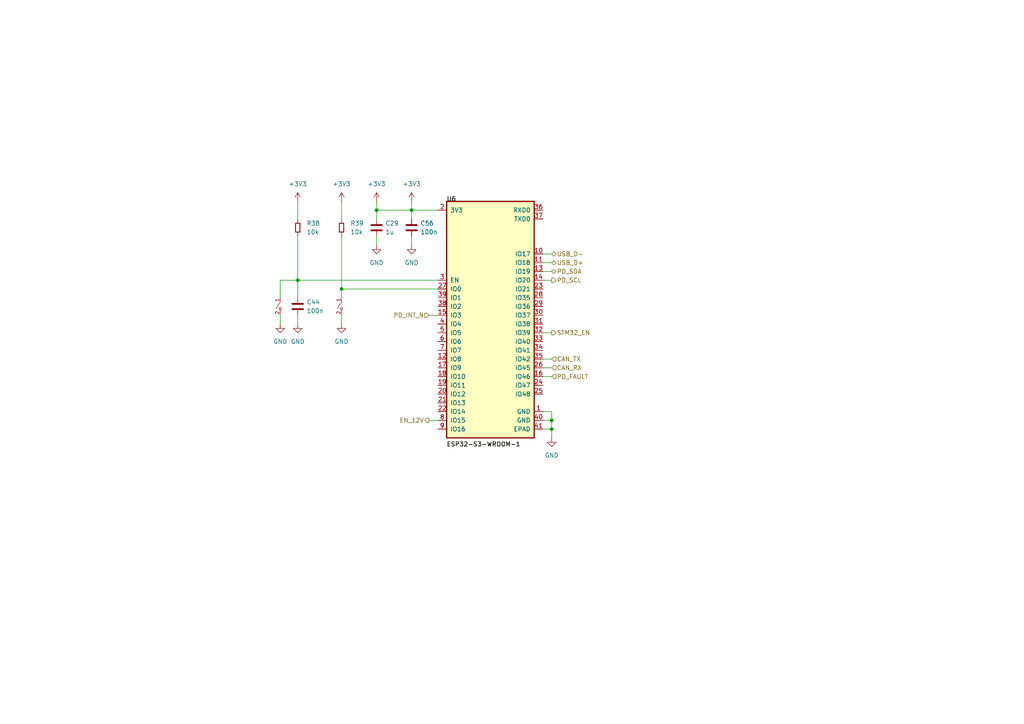
<source format=kicad_sch>
(kicad_sch (version 20250114) (generator "eeschema") (generator_version "9.0")
  (paper "A4")
  (lib_symbols
    (symbol "Device:C" (pin_numbers (hide yes)) (pin_names (offset 0.254))
      (property "Reference" "C" (at 0.635 2.54 0))
      (property "Value" "C" (at 0.635 -2.54 0))
      (symbol "C_0_1"
        (polyline (pts (xy -1.524 0.762) (xy 1.524 0.762)) (stroke (width 0.508)))
        (polyline (pts (xy -1.524 -0.762) (xy 1.524 -0.762)) (stroke (width 0.508)))
      )
      (symbol "C_1_1"
        (pin passive line (at 0 2.54 270) (length 1.524) (name "~") (number "1"))
        (pin passive line (at 0 -2.54 90) (length 1.524) (name "~") (number "2"))
      )
    )
    (symbol "Device:R" (pin_numbers (hide yes)) (pin_names (offset 0))
      (symbol "R_0_1"
        (rectangle (start -0.635 1.27) (end 0.635 -1.27) (stroke (width 0.254)))
      )
      (symbol "R_1_1"
        (pin passive line (at 0 2.54 270) (length 1.27) (name "~") (number "1"))
        (pin passive line (at 0 -2.54 90) (length 1.27) (name "~") (number "2"))
      )
    )
    (symbol "power:+3V3" (power) (pin_numbers (hide yes)) (pin_names (offset 0) (hide yes))
      (property "Value" "+3V3" (at 0 3.556 0))
      (symbol "+3V3_0_1"
        (polyline (pts (xy -0.762 1.27) (xy 0 2.54)))
        (polyline (pts (xy 0 2.54) (xy 0.762 1.27)))
        (polyline (pts (xy 0 0) (xy 0 2.54)))
      )
      (symbol "+3V3_1_1"
        (pin power_in line (at 0 0 90) (length 0) (name "~") (number "1"))
      )
    )
    (symbol "power:GND" (power) (pin_numbers (hide yes)) (pin_names (offset 0) (hide yes))
      (property "Value" "GND" (at 0 -3.81 0))
      (symbol "GND_0_1"
        (polyline (pts (xy 0 0) (xy 0 -1.27) (xy 1.27 -1.27) (xy 0 -2.54) (xy -1.27 -1.27) (xy 0 -1.27)))
      )
      (symbol "GND_1_1"
        (pin power_in line (at 0 0 270) (length 0) (name "~") (number "1"))
      )
    )
    (symbol "main_board:ESP32-S3-WROOM-1" (pin_names (offset 1.016))
      (symbol "ESP32-S3-WROOM-1_0_0"
        (rectangle (start 0 0) (end 25.4 -68.58) (stroke (width 0.381)) (fill (type background)))
        (pin power_in line (at -2.54 -2.54 0) (length 2.54) (name "3V3") (number "2"))
        (pin input line (at -2.54 -22.86 0) (length 2.54) (name "EN") (number "3"))
        (pin bidirectional line (at -2.54 -25.4 0) (length 2.54) (name "IO0") (number "27"))
        (pin bidirectional line (at -2.54 -27.94 0) (length 2.54) (name "IO1") (number "39"))
        (pin bidirectional line (at -2.54 -30.48 0) (length 2.54) (name "IO2") (number "38"))
        (pin bidirectional line (at -2.54 -33.02 0) (length 2.54) (name "IO3") (number "15"))
        (pin bidirectional line (at -2.54 -35.56 0) (length 2.54) (name "IO4") (number "4"))
        (pin bidirectional line (at -2.54 -38.1 0) (length 2.54) (name "IO5") (number "5"))
        (pin bidirectional line (at -2.54 -40.64 0) (length 2.54) (name "IO6") (number "6"))
        (pin bidirectional line (at -2.54 -43.18 0) (length 2.54) (name "IO7") (number "7"))
        (pin bidirectional line (at -2.54 -45.72 0) (length 2.54) (name "IO8") (number "12"))
        (pin bidirectional line (at -2.54 -48.26 0) (length 2.54) (name "IO9") (number "17"))
        (pin bidirectional line (at -2.54 -50.8 0) (length 2.54) (name "IO10") (number "18"))
        (pin bidirectional line (at -2.54 -53.34 0) (length 2.54) (name "IO11") (number "19"))
        (pin bidirectional line (at -2.54 -55.88 0) (length 2.54) (name "IO12") (number "20"))
        (pin bidirectional line (at -2.54 -58.42 0) (length 2.54) (name "IO13") (number "21"))
        (pin bidirectional line (at -2.54 -60.96 0) (length 2.54) (name "IO14") (number "22"))
        (pin bidirectional line (at -2.54 -63.5 0) (length 2.54) (name "IO15") (number "8"))
        (pin bidirectional line (at -2.54 -66.04 0) (length 2.54) (name "IO16") (number "9"))
        (pin bidirectional line (at 27.94 -2.54 180) (length 2.54) (name "RXD0") (number "36"))
        (pin bidirectional line (at 27.94 -5.08 180) (length 2.54) (name "TXD0") (number "37"))
        (pin bidirectional line (at 27.94 -15.24 180) (length 2.54) (name "IO17") (number "10"))
        (pin bidirectional line (at 27.94 -17.78 180) (length 2.54) (name "IO18") (number "11"))
        (pin bidirectional line (at 27.94 -20.32 180) (length 2.54) (name "IO19") (number "13"))
        (pin bidirectional line (at 27.94 -22.86 180) (length 2.54) (name "IO20") (number "14"))
        (pin bidirectional line (at 27.94 -25.4 180) (length 2.54) (name "IO21") (number "23"))
        (pin bidirectional line (at 27.94 -27.94 180) (length 2.54) (name "IO35") (number "28"))
        (pin bidirectional line (at 27.94 -30.48 180) (length 2.54) (name "IO36") (number "29"))
        (pin bidirectional line (at 27.94 -33.02 180) (length 2.54) (name "IO37") (number "30"))
        (pin bidirectional line (at 27.94 -35.56 180) (length 2.54) (name "IO38") (number "31"))
        (pin bidirectional line (at 27.94 -38.1 180) (length 2.54) (name "IO39") (number "32"))
        (pin bidirectional line (at 27.94 -40.64 180) (length 2.54) (name "IO40") (number "33"))
        (pin bidirectional line (at 27.94 -43.18 180) (length 2.54) (name "IO41") (number "34"))
        (pin bidirectional line (at 27.94 -45.72 180) (length 2.54) (name "IO42") (number "35"))
        (pin bidirectional line (at 27.94 -48.26 180) (length 2.54) (name "IO45") (number "26"))
        (pin bidirectional line (at 27.94 -50.8 180) (length 2.54) (name "IO46") (number "16"))
        (pin bidirectional line (at 27.94 -53.34 180) (length 2.54) (name "IO47") (number "24"))
        (pin bidirectional line (at 27.94 -55.88 180) (length 2.54) (name "IO48") (number "25"))
        (pin power_in line (at 27.94 -60.96 180) (length 2.54) (name "GND") (number "1"))
        (pin power_in line (at 27.94 -63.5 180) (length 2.54) (name "GND") (number "40"))
      )
      (symbol "ESP32-S3-WROOM-1_1_0"
        (pin power_in line (at 27.94 -66.04 180) (length 2.54) (name "EPAD") (number "41"))
        (pin power_in line (at 27.94 -66.04 180) (length 2.54) (hide yes) (name "EPAD") (number "41_1"))
        (pin power_in line (at 27.94 -66.04 180) (length 2.54) (hide yes) (name "EPAD") (number "41_2"))
        (pin power_in line (at 27.94 -66.04 180) (length 2.54) (hide yes) (name "EPAD") (number "41_3"))
        (pin power_in line (at 27.94 -66.04 180) (length 2.54) (hide yes) (name "EPAD") (number "41_4"))
        (pin power_in line (at 27.94 -66.04 180) (length 2.54) (hide yes) (name "EPAD") (number "41_5"))
        (pin power_in line (at 27.94 -66.04 180) (length 2.54) (hide yes) (name "EPAD") (number "41_6"))
        (pin power_in line (at 27.94 -66.04 180) (length 2.54) (hide yes) (name "EPAD") (number "41_7"))
        (pin power_in line (at 27.94 -66.04 180) (length 2.54) (hide yes) (name "EPAD") (number "41_8"))
        (pin power_in line (at 27.94 -66.04 180) (length 2.54) (hide yes) (name "EPAD") (number "41_9"))
      )
    )
    (symbol "main_board:TS-1088-AR02016" (pin_names (offset 1.016))
      (symbol "TS-1088-AR02016_0_0"
        (polyline (pts (xy -1.27 0) (xy 0.635 1.27)) (stroke (width 0.1524)))
        (circle (center 0.635 0) (radius 0.3302) (stroke (width 0.1524)))
      )
      (symbol "TS-1088-AR02016_1_0"
        (pin passive line (at -2.54 0 0) (length 1.27) (name "~") (number "1"))
        (pin passive line (at 2.54 0 180) (length 1.524) (name "~") (number "2"))
      )
    )
  )
  (junction (at 119.38 60.96))
  (junction (at 160.02 124.46))
  (junction (at 109.22 60.96))
  (junction (at 160.02 121.92))
  (junction (at 86.36 81.28))
  (junction (at 99.06 83.82))
  (wire (pts (xy 81.28 81.28) (xy 86.36 81.28)))
  (wire (pts (xy 157.48 104.14) (xy 160.02 104.14)))
  (wire (pts (xy 160.02 121.92) (xy 160.02 124.46)))
  (wire (pts (xy 127 121.92) (xy 124.46 121.92)))
  (wire (pts (xy 99.06 68.58) (xy 99.06 83.82)))
  (wire (pts (xy 157.48 124.46) (xy 160.02 124.46)))
  (wire (pts (xy 81.28 86.36) (xy 81.28 81.28)))
  (wire (pts (xy 109.22 68.58) (xy 109.22 71.12)))
  (wire (pts (xy 119.38 68.58) (xy 119.38 71.12)))
  (wire (pts (xy 86.36 91.44) (xy 86.36 93.98)))
  (wire (pts (xy 157.48 81.28) (xy 160.02 81.28)))
  (wire (pts (xy 81.28 91.44) (xy 81.28 93.98)))
  (wire (pts (xy 157.48 109.22) (xy 160.02 109.22)))
  (wire (pts (xy 157.48 96.52) (xy 160.02 96.52)))
  (wire (pts (xy 86.36 58.42) (xy 86.36 63.5)))
  (wire (pts (xy 157.48 73.66) (xy 160.02 73.66)))
  (wire (pts (xy 99.06 91.44) (xy 99.06 93.98)))
  (wire (pts (xy 160.02 124.46) (xy 160.02 127)))
  (wire (pts (xy 157.48 78.74) (xy 160.02 78.74)))
  (wire (pts (xy 119.38 60.96) (xy 119.38 63.5)))
  (wire (pts (xy 109.22 60.96) (xy 119.38 60.96)))
  (wire (pts (xy 160.02 119.38) (xy 160.02 121.92)))
  (wire (pts (xy 109.22 58.42) (xy 109.22 60.96)))
  (wire (pts (xy 99.06 58.42) (xy 99.06 63.5)))
  (wire (pts (xy 109.22 60.96) (xy 109.22 63.5)))
  (wire (pts (xy 86.36 68.58) (xy 86.36 81.28)))
  (wire (pts (xy 157.48 119.38) (xy 160.02 119.38)))
  (wire (pts (xy 127 91.44) (xy 124.46 91.44)))
  (wire (pts (xy 157.48 106.68) (xy 160.02 106.68)))
  (wire (pts (xy 157.48 121.92) (xy 160.02 121.92)))
  (wire (pts (xy 157.48 76.2) (xy 160.02 76.2)))
  (wire (pts (xy 86.36 81.28) (xy 86.36 86.36)))
  (wire (pts (xy 99.06 83.82) (xy 127 83.82)))
  (wire (pts (xy 119.38 58.42) (xy 119.38 60.96)))
  (wire (pts (xy 119.38 60.96) (xy 127 60.96)))
  (wire (pts (xy 99.06 83.82) (xy 99.06 86.36)))
  (wire (pts (xy 86.36 81.28) (xy 127 81.28)))
  (hierarchical_label "EN_12V" (shape output) (at 124.46 121.92 180))
  (hierarchical_label "STM32_EN" (shape output) (at 160.02 96.52 0))
  (hierarchical_label "PD_INT_N" (shape input) (at 124.46 91.44 180))
  (hierarchical_label "USB_D-" (shape bidirectional) (at 160.02 73.66 0))
  (hierarchical_label "USB_D+" (shape bidirectional) (at 160.02 76.2 0))
  (hierarchical_label "PD_FAULT" (shape input) (at 160.02 109.22 0))
  (hierarchical_label "CAN_TX" (shape input) (at 160.02 104.14 0))
  (hierarchical_label "CAN_RX" (shape input) (at 160.02 106.68 0))
  (hierarchical_label "PD_SDA" (shape bidirectional) (at 160.02 78.74 0))
  (hierarchical_label "PD_SCL" (shape output) (at 160.02 81.28 0))
  (symbol (lib_id "main_board:ESP32-S3-WROOM-1") (at 129.54 58.42 0) (unit 1)
    (property "Reference" "U6" (at 129.54 58.42 0) (effects (justify left bottom)))
    (property "Value" "ESP32-S3-WROOM-1" (at 129.54 129.54 0) (effects (justify left bottom)))
    (property "Footprint" "main_board:ESP32-S3-WROOM-1" (effects (hide yes)))
    (property "Datasheet" "kicad-embed://ESP32-S3-WROOM-1.pdf" (effects (hide yes)))
    (property "Manufacturer" "Espressif Systems" (effects (hide yes)))
    (property "Manufacturer Part Number" "ESP32-S3-WROOM-1" (effects (hide yes)))
  )
  (symbol (lib_id "main_board:TS-1088-AR02016") (at 81.28 88.9 90) (mirror x) (unit 1)
    (property "Reference" "S1" (effects (hide yes)))
    (property "Value" "TS-1088-AR02016" (effects (hide yes)))
    (property "Footprint" "main_board:TS-1088-AR02016" (effects (hide yes)))
    (property "Manufacturer" "XUNPU" (effects (hide yes)))
    (property "Manufacturer Part Number" "TS-1088-AR02016" (effects (hide yes)))
  )
  (symbol (lib_id "power:GND") (at 160.02 127 0) (unit 1)
    (property "Reference" "#PWR027" (effects (hide yes)))
    (property "Value" "GND" (at 160.02 132.08 0))
    (property "Description" "Power symbol creates a global label with name \"GND\" , ground" (effects (hide yes)))
  )
  (symbol (lib_id "power:GND") (at 81.28 93.98 0) (unit 1)
    (property "Reference" "#PWR057" (effects (hide yes)))
    (property "Value" "GND" (at 81.28 99.06 0))
    (property "Description" "Power symbol creates a global label with name \"GND\" , ground" (effects (hide yes)))
  )
  (symbol (lib_id "power:GND") (at 119.38 71.12 0) (unit 1)
    (property "Reference" "#PWR038" (effects (hide yes)))
    (property "Value" "GND" (at 119.38 76.2 0))
    (property "Description" "Power symbol creates a global label with name \"GND\" , ground" (effects (hide yes)))
  )
  (symbol (lib_id "power:+3V3") (at 86.36 58.42 0) (unit 1)
    (property "Reference" "#PWR037" (effects (hide yes)))
    (property "Value" "+3V3" (at 86.36 53.34 0))
    (property "Description" "Power symbol creates a global label with name \"+3V3\"" (effects (hide yes)))
  )
  (symbol (lib_id "power:GND") (at 99.06 93.98 0) (unit 1)
    (property "Reference" "#PWR065" (effects (hide yes)))
    (property "Value" "GND" (at 99.06 99.06 0))
    (property "Description" "Power symbol creates a global label with name \"GND\" , ground" (effects (hide yes)))
  )
  (symbol (lib_id "power:+3V3") (at 99.06 58.42 0) (unit 1)
    (property "Reference" "#PWR058" (effects (hide yes)))
    (property "Value" "+3V3" (at 99.06 53.34 0))
    (property "Description" "Power symbol creates a global label with name \"+3V3\"" (effects (hide yes)))
  )
  (symbol (lib_id "Device:C") (at 109.22 66.04 0) (unit 1)
    (property "Reference" "C29" (at 111.76 64.7699 0) (effects (justify left)))
    (property "Value" "1u" (at 111.76 67.3099 0) (effects (justify left)))
    (property "Footprint" "Capacitor_SMD:C_0402_1005Metric" (effects (hide yes)))
    (property "Description" "MLCC" (effects (hide yes)))
    (property "Manufacturer" "Murata Electronics" (effects (hide yes)))
    (property "Manufacturer Part Number" "GRM155R61H105KE05D" (effects (hide yes)))
  )
  (symbol (lib_id "power:GND") (at 109.22 71.12 0) (unit 1)
    (property "Reference" "#PWR039" (effects (hide yes)))
    (property "Value" "GND" (at 109.22 76.2 0))
    (property "Description" "Power symbol creates a global label with name \"GND\" , ground" (effects (hide yes)))
  )
  (symbol (lib_id "Device:C") (at 119.38 66.04 0) (unit 1)
    (property "Reference" "C56" (at 121.92 64.7699 0) (effects (justify left)))
    (property "Value" "100n" (at 121.92 67.3099 0) (effects (justify left)))
    (property "Footprint" "Capacitor_SMD:C_0402_1005Metric" (effects (hide yes)))
    (property "Description" "MLCC" (effects (hide yes)))
    (property "Manufacturer" "Murata Electronics" (effects (hide yes)))
    (property "Manufacturer Part Number" "GRM155R62A104ME14D" (effects (hide yes)))
  )
  (symbol (lib_id "power:+3V3") (at 109.22 58.42 0) (unit 1)
    (property "Reference" "#PWR026" (effects (hide yes)))
    (property "Value" "+3V3" (at 109.22 53.34 0))
    (property "Description" "Power symbol creates a global label with name \"+3V3\"" (effects (hide yes)))
  )
  (symbol (lib_id "power:GND") (at 86.36 93.98 0) (unit 1)
    (property "Reference" "#PWR036" (effects (hide yes)))
    (property "Value" "GND" (at 86.36 99.06 0))
    (property "Description" "Power symbol creates a global label with name \"GND\" , ground" (effects (hide yes)))
  )
  (symbol (lib_id "Device:R") (at 86.36 66.04 0) (unit 1)
    (property "Reference" "R38" (at 88.9 64.7699 0) (effects (justify left)))
    (property "Value" "10k" (at 88.9 67.3099 0) (effects (justify left)))
    (property "Footprint" "Resistor_SMD:R_0402_1005Metric" (effects (hide yes)))
    (property "Description" "Resistor" (effects (hide yes)))
    (property "Manufacturer" "YAGEO" (effects (hide yes)))
    (property "Manufacturer Part Number" "RC0402FR-0710KL" (effects (hide yes)))
  )
  (symbol (lib_id "main_board:TS-1088-AR02016") (at 99.06 88.9 90) (mirror x) (unit 1)
    (property "Reference" "S2" (effects (hide yes)))
    (property "Value" "TS-1088-AR02016" (effects (hide yes)))
    (property "Footprint" "main_board:TS-1088-AR02016" (effects (hide yes)))
    (property "Manufacturer" "XUNPU" (effects (hide yes)))
    (property "Manufacturer Part Number" "TS-1088-AR02016" (effects (hide yes)))
  )
  (symbol (lib_id "Device:C") (at 86.36 88.9 0) (unit 1)
    (property "Reference" "C44" (at 88.9 87.6299 0) (effects (justify left)))
    (property "Value" "100n" (at 88.9 90.1699 0) (effects (justify left)))
    (property "Footprint" "Capacitor_SMD:C_0402_1005Metric" (effects (hide yes)))
    (property "Description" "MLCC" (effects (hide yes)))
    (property "Manufacturer" "Murata Electronics" (effects (hide yes)))
    (property "Manufacturer Part Number" "GRM155R62A104ME14D" (effects (hide yes)))
  )
  (symbol (lib_id "Device:R") (at 99.06 66.04 0) (unit 1)
    (property "Reference" "R39" (at 101.6 64.7699 0) (effects (justify left)))
    (property "Value" "10k" (at 101.6 67.3099 0) (effects (justify left)))
    (property "Footprint" "Resistor_SMD:R_0402_1005Metric" (effects (hide yes)))
    (property "Description" "Resistor" (effects (hide yes)))
    (property "Manufacturer" "YAGEO" (effects (hide yes)))
    (property "Manufacturer Part Number" "RC0402FR-0710KL" (effects (hide yes)))
  )
  (symbol (lib_id "power:+3V3") (at 119.38 58.42 0) (unit 1)
    (property "Reference" "#PWR040" (effects (hide yes)))
    (property "Value" "+3V3" (at 119.38 53.34 0))
    (property "Description" "Power symbol creates a global label with name \"+3V3\"" (effects (hide yes)))
  )
)
</source>
